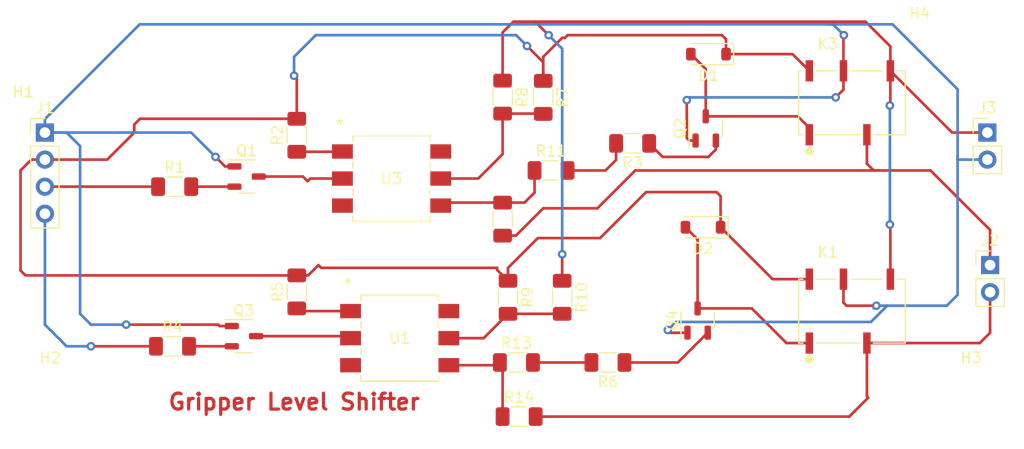
<source format=kicad_pcb>
(kicad_pcb (version 20221018) (generator pcbnew)
  (layers (0 "F.Cu" signal) (31 "B.Cu" signal) (34 "B.Paste" user) (35 "F.Paste" user) (36 "B.SilkS" user "B.Silkscreen") (37 "F.SilkS" user "F.Silkscreen") (38 "B.Mask" user) (39 "F.Mask" user) (44 "Edge.Cuts" user))
  (net 0 "")
  (net 1 "+5V")
  (net 2 "Net-(D1-A)")
  (net 3 "Net-(D2-A)")
  (net 4 "GND")
  (net 5 "GPIO1")
  (net 6 "GPIO2")
  (net 7 "GPIO1_24")
  (net 8 "GPIO2_24")
  (net 9 "+24V")
  (net 10 "Net-(Q1-B)")
  (net 11 "Net-(Q1-C)")
  (net 12 "Net-(Q2-B)")
  (net 13 "Net-(Q3-B)")
  (net 14 "Net-(Q3-C)")
  (net 15 "Net-(Q4-B)")
  (net 16 "Net-(R2-Pad1)")
  (net 17 "Net-(R11-Pad2)")
  (net 18 "Net-(R5-Pad1)")
  (net 19 "Net-(R13-Pad2)")
  (net 20 "Net-(R7-Pad2)")
  (net 21 "Net-(R10-Pad2)")
  (net 22 "Net-(R11-Pad1)")
  (net 23 "Net-(R13-Pad1)")
  (footprint "Resistor_SMD:R_1206_3216Metric_Pad1.30x1.75mm_HandSolder" (layer "F.Cu") (at 151.664 116.586)
    (fp_text reference "R4" (at 0 -1.82) (layer "F.SilkS"))
    (fp_text value "10K")
    (fp_line (start -0.727064 -0.91) (end 0.727064 -0.91) (stroke (width 0.12)) (layer "F.SilkS"))
    (fp_line (start -0.727064 0.91) (end 0.727064 0.91) (stroke (width 0.12)) (layer "F.SilkS"))
    (pad "1" smd roundrect (at -1.55 0) (size 1.3 1.75) (layers "F.Cu" "F.Paste" "F.Mask") (roundrect_rratio 0.192308) (net 6 "GPIO2"))
    (pad "2" smd roundrect (at 1.55 0) (size 1.3 1.75) (layers "F.Cu" "F.Paste" "F.Mask") (roundrect_rratio 0.192308) (net 13 "Net-(Q3-B)"))
  )
  (footprint "MountingHole:MountingHole_3.5mm" (layer "F.Cu") (at 226.568 88.138)
    (fp_text reference "H4" (at -4.826 -2.794) (layer "F.SilkS"))
    (fp_text value "MountingHole")
    (pad "" np_thru_hole circle (at 0 0) (size 3.5 3.5) (drill 3.5) (layers "*.Cu" "*.Mask"))
  )
  (footprint "Resistor_SMD:R_1206_3216Metric_Pad1.30x1.75mm_HandSolder" (layer "F.Cu") (at 183.922 118.11)
    (fp_text reference "R13" (at 0 -1.82) (layer "F.SilkS"))
    (fp_text value "0R")
    (fp_line (start -0.727064 -0.91) (end 0.727064 -0.91) (stroke (width 0.12)) (layer "F.SilkS"))
    (fp_line (start -0.727064 0.91) (end 0.727064 0.91) (stroke (width 0.12)) (layer "F.SilkS"))
    (pad "1" smd roundrect (at -1.55 0) (size 1.3 1.75) (layers "F.Cu" "F.Paste" "F.Mask") (roundrect_rratio 0.192308) (net 23 "Net-(R13-Pad1)"))
    (pad "2" smd roundrect (at 1.55 0) (size 1.3 1.75) (layers "F.Cu" "F.Paste" "F.Mask") (roundrect_rratio 0.192308) (net 19 "Net-(R13-Pad2)"))
  )
  (footprint "Resistor_SMD:R_1206_3216Metric_Pad1.30x1.75mm_HandSolder" (layer "F.Cu") (at 194.818 97.536 180)
    (fp_text reference "R3" (at 0 -1.82) (layer "F.SilkS"))
    (fp_text value "5.1K")
    (fp_line (start -0.727064 -0.91) (end 0.727064 -0.91) (stroke (width 0.12)) (layer "F.SilkS"))
    (fp_line (start -0.727064 0.91) (end 0.727064 0.91) (stroke (width 0.12)) (layer "F.SilkS"))
    (pad "1" smd roundrect (at -1.55 0 180) (size 1.3 1.75) (layers "F.Cu" "F.Paste" "F.Mask") (roundrect_rratio 0.192308) (net 12 "Net-(Q2-B)"))
    (pad "2" smd roundrect (at 1.55 0 180) (size 1.3 1.75) (layers "F.Cu" "F.Paste" "F.Mask") (roundrect_rratio 0.192308) (net 17 "Net-(R11-Pad2)"))
  )
  (footprint "Resistor_SMD:R_1206_3216Metric_Pad1.30x1.75mm_HandSolder" (layer "F.Cu") (at 188.214 111.988 -90)
    (fp_text reference "R10" (at 0 -1.82 90) (layer "F.SilkS"))
    (fp_text value "0R")
    (fp_line (start -0.727064 -0.91) (end 0.727064 -0.91) (stroke (width 0.12)) (layer "F.SilkS"))
    (fp_line (start -0.727064 0.91) (end 0.727064 0.91) (stroke (width 0.12)) (layer "F.SilkS"))
    (pad "1" smd roundrect (at -1.55 0 270) (size 1.3 1.75) (layers "F.Cu" "F.Paste" "F.Mask") (roundrect_rratio 0.192308) (net 9 "+24V"))
    (pad "2" smd roundrect (at 1.55 0 270) (size 1.3 1.75) (layers "F.Cu" "F.Paste" "F.Mask") (roundrect_rratio 0.192308) (net 21 "Net-(R10-Pad2)"))
  )
  (footprint "Resistor_SMD:R_1206_3216Metric_Pad1.30x1.75mm_HandSolder" (layer "F.Cu") (at 151.866 101.6)
    (fp_text reference "R1" (at 0 -1.82) (layer "F.SilkS"))
    (fp_text value "10K")
    (fp_line (start -0.727064 -0.91) (end 0.727064 -0.91) (stroke (width 0.12)) (layer "F.SilkS"))
    (fp_line (start -0.727064 0.91) (end 0.727064 0.91) (stroke (width 0.12)) (layer "F.SilkS"))
    (pad "1" smd roundrect (at -1.55 0) (size 1.3 1.75) (layers "F.Cu" "F.Paste" "F.Mask") (roundrect_rratio 0.192308) (net 5 "GPIO1"))
    (pad "2" smd roundrect (at 1.55 0) (size 1.3 1.75) (layers "F.Cu" "F.Paste" "F.Mask") (roundrect_rratio 0.192308) (net 10 "Net-(Q1-B)"))
  )
  (footprint "Resistor_SMD:R_1206_3216Metric_Pad1.30x1.75mm_HandSolder" (layer "F.Cu") (at 192.506 118.11 180)
    (fp_text reference "R6" (at 0 -1.82) (layer "F.SilkS"))
    (fp_text value "5.1K")
    (fp_line (start -0.727064 -0.91) (end 0.727064 -0.91) (stroke (width 0.12)) (layer "F.SilkS"))
    (fp_line (start -0.727064 0.91) (end 0.727064 0.91) (stroke (width 0.12)) (layer "F.SilkS"))
    (pad "1" smd roundrect (at -1.55 0 180) (size 1.3 1.75) (layers "F.Cu" "F.Paste" "F.Mask") (roundrect_rratio 0.192308) (net 15 "Net-(Q4-B)"))
    (pad "2" smd roundrect (at 1.55 0 180) (size 1.3 1.75) (layers "F.Cu" "F.Paste" "F.Mask") (roundrect_rratio 0.192308) (net 19 "Net-(R13-Pad2)"))
  )
  (footprint "MountingHole:MountingHole_3.5mm" (layer "F.Cu") (at 140.208 88.392)
    (fp_text reference "H1" (at -2.54 4.318) (layer "F.SilkS"))
    (fp_text value "MountingHole")
    (pad "" np_thru_hole circle (at 0 0) (size 3.5 3.5) (drill 3.5) (layers "*.Cu" "*.Mask"))
  )
  (footprint "Resistor_SMD:R_1206_3216Metric_Pad1.30x1.75mm_HandSolder" (layer "F.Cu") (at 183.134 111.988 -90)
    (fp_text reference "R9" (at 0 -1.82 90) (layer "F.SilkS"))
    (fp_text value "0R")
    (fp_line (start -0.727064 -0.91) (end 0.727064 -0.91) (stroke (width 0.12)) (layer "F.SilkS"))
    (fp_line (start -0.727064 0.91) (end 0.727064 0.91) (stroke (width 0.12)) (layer "F.SilkS"))
    (pad "1" smd roundrect (at -1.55 0 270) (size 1.3 1.75) (layers "F.Cu" "F.Paste" "F.Mask") (roundrect_rratio 0.192308) (net 1 "+5V"))
    (pad "2" smd roundrect (at 1.55 0 270) (size 1.3 1.75) (layers "F.Cu" "F.Paste" "F.Mask") (roundrect_rratio 0.192308) (net 21 "Net-(R10-Pad2)"))
  )
  (footprint "footprints:SO6_4N35S_LTO" (layer "F.Cu") (at 172.212 100.838)
    (fp_text reference "U3" (at 0 0 unlocked) (layer "F.SilkS"))
    (fp_text value "4N35S-TA1")
    (fp_text user "*" (at -4.8641 -5.0292) (layer "F.SilkS"))
    (fp_text user "*" (at -4.8641 -5.0292 unlocked) (layer "F.SilkS"))
    (fp_line (start -3.6322 -4.0259) (end -3.6322 -3.54584) (stroke (width 0.1524)) (layer "F.SilkS"))
    (fp_line (start -3.6322 -1.53416) (end -3.6322 -1.00584) (stroke (width 0.1524)) (layer "F.SilkS"))
    (fp_line (start -3.6322 1.00584) (end -3.6322 1.53416) (stroke (width 0.1524)) (layer "F.SilkS"))
    (fp_line (start -3.6322 3.54584) (end -3.6322 4.0259) (stroke (width 0.1524)) (layer "F.SilkS"))
    (fp_line (start -3.6322 4.0259) (end 3.6322 4.0259) (stroke (width 0.1524)) (layer "F.SilkS"))
    (fp_line (start 3.6322 -4.0259) (end -3.6322 -4.0259) (stroke (width 0.1524)) (layer "F.SilkS"))
    (fp_line (start 3.6322 -3.54584) (end 3.6322 -4.0259) (stroke (width 0.1524)) (layer "F.SilkS"))
    (fp_line (start 3.6322 -1.00584) (end 3.6322 -1.53416) (stroke (width 0.1524)) (layer "F.SilkS"))
    (fp_line (start 3.6322 1.53416) (end 3.6322 1.00584) (stroke (width 0.1524)) (layer "F.SilkS"))
    (fp_line (start 3.6322 4.0259) (end 3.6322 3.54584) (stroke (width 0.1524)) (layer "F.SilkS"))
    (pad "1" smd rect (at -4.6101 -2.54) (size 1.9558 1.3462) (layers "F.Cu" "F.Paste" "F.Mask") (net 16 "Net-(R2-Pad1)"))
    (pad "2" smd rect (at -4.6101 0) (size 1.9558 1.3462) (layers "F.Cu" "F.Paste" "F.Mask") (net 11 "Net-(Q1-C)"))
    (pad "3" smd rect (at -4.6101 2.54) (size 1.9558 1.3462) (layers "F.Cu" "F.Paste" "F.Mask"))
    (pad "4" smd rect (at 4.6101 2.54) (size 1.9558 1.3462) (layers "F.Cu" "F.Paste" "F.Mask") (net 22 "Net-(R11-Pad1)"))
    (pad "5" smd rect (at 4.6101 0) (size 1.9558 1.3462) (layers "F.Cu" "F.Paste" "F.Mask") (net 20 "Net-(R7-Pad2)"))
    (pad "6" smd rect (at 4.6101 -2.54) (size 1.9558 1.3462) (layers "F.Cu" "F.Paste" "F.Mask"))
  )
  (footprint "Resistor_SMD:R_1206_3216Metric_Pad1.30x1.75mm_HandSolder" (layer "F.Cu") (at 163.322 111.48 90)
    (fp_text reference "R5" (at 0 -1.82 90) (layer "F.SilkS"))
    (fp_text value "200R")
    (fp_line (start -0.727064 -0.91) (end 0.727064 -0.91) (stroke (width 0.12)) (layer "F.SilkS"))
    (fp_line (start -0.727064 0.91) (end 0.727064 0.91) (stroke (width 0.12)) (layer "F.SilkS"))
    (pad "1" smd roundrect (at -1.55 0 90) (size 1.3 1.75) (layers "F.Cu" "F.Paste" "F.Mask") (roundrect_rratio 0.192308) (net 18 "Net-(R5-Pad1)"))
    (pad "2" smd roundrect (at 1.55 0 90) (size 1.3 1.75) (layers "F.Cu" "F.Paste" "F.Mask") (roundrect_rratio 0.192308) (net 1 "+5V"))
  )
  (footprint "Connector_PinHeader_2.54mm:PinHeader_1x02_P2.54mm_Vertical" (layer "F.Cu") (at 228.092 96.52)
    (fp_text reference "J3" (at 0 -2.33) (layer "F.SilkS"))
    (fp_text value "Conn_01x02_Pin")
    (fp_line (start -1.33 -1.33) (end 0 -1.33) (stroke (width 0.12)) (layer "F.SilkS"))
    (fp_line (start -1.33 0) (end -1.33 -1.33) (stroke (width 0.12)) (layer "F.SilkS"))
    (fp_line (start -1.33 1.27) (end -1.33 3.87) (stroke (width 0.12)) (layer "F.SilkS"))
    (fp_line (start -1.33 1.27) (end 1.33 1.27) (stroke (width 0.12)) (layer "F.SilkS"))
    (fp_line (start -1.33 3.87) (end 1.33 3.87) (stroke (width 0.12)) (layer "F.SilkS"))
    (fp_line (start 1.33 1.27) (end 1.33 3.87) (stroke (width 0.12)) (layer "F.SilkS"))
    (pad "1" thru_hole rect (at 0 0) (size 1.7 1.7) (drill 1) (layers "*.Cu" "*.Mask") (net 9 "+24V"))
    (pad "2" thru_hole oval (at 0 2.54) (size 1.7 1.7) (drill 1) (layers "*.Cu" "*.Mask") (net 4 "GND"))
  )
  (footprint "MountingHole:MountingHole_3.5mm" (layer "F.Cu") (at 140.208 122.174)
    (fp_text reference "H2" (at 0 -4.5) (layer "F.SilkS"))
    (fp_text value "MountingHole")
    (pad "" np_thru_hole circle (at 0 0) (size 3.5 3.5) (drill 3.5) (layers "*.Cu" "*.Mask"))
  )
  (footprint "Resistor_SMD:R_1206_3216Metric_Pad1.30x1.75mm_HandSolder" (layer "F.Cu") (at 182.626 104.648 -90)
    (fp_text reference "R12" hide)
    (fp_text value "0R")
    (fp_line (start -0.727064 -0.91) (end 0.727064 -0.91) (stroke (width 0.12)) (layer "F.SilkS"))
    (fp_line (start -0.727064 0.91) (end 0.727064 0.91) (stroke (width 0.12)) (layer "F.SilkS"))
    (pad "1" smd roundrect (at -1.55 0 270) (size 1.3 1.75) (layers "F.Cu" "F.Paste" "F.Mask") (roundrect_rratio 0.192308) (net 22 "Net-(R11-Pad1)"))
    (pad "2" smd roundrect (at 1.55 0 270) (size 1.3 1.75) (layers "F.Cu" "F.Paste" "F.Mask") (roundrect_rratio 0.192308) (net 7 "GPIO1_24"))
  )
  (footprint "Package_TO_SOT_SMD:SOT-23-3" (layer "F.Cu") (at 201.676 96.1335 90)
    (fp_text reference "Q2" (at 0 -2.4 90) (layer "F.SilkS"))
    (fp_text value "PN2222A")
    (fp_line (start 0 -1.56) (end -1.8 -1.56) (stroke (width 0.12)) (layer "F.SilkS"))
    (fp_line (start 0 -1.56) (end 0.8 -1.56) (stroke (width 0.12)) (layer "F.SilkS"))
    (fp_line (start 0 1.56) (end -0.8 1.56) (stroke (width 0.12)) (layer "F.SilkS"))
    (fp_line (start 0 1.56) (end 0.8 1.56) (stroke (width 0.12)) (layer "F.SilkS"))
    (pad "1" smd roundrect (at -1.1375 -0.95 90) (size 1.325 0.6) (layers "F.Cu" "F.Paste" "F.Mask") (net 4 "GND"))
    (pad "2" smd roundrect (at -1.1375 0.95 90) (size 1.325 0.6) (layers "F.Cu" "F.Paste" "F.Mask") (net 12 "Net-(Q2-B)"))
    (pad "3" smd roundrect (at 1.1375 0 90) (size 1.325 0.6) (layers "F.Cu" "F.Paste" "F.Mask") (net 2 "Net-(D1-A)"))
  )
  (footprint "Connector_PinHeader_2.54mm:PinHeader_1x04_P2.54mm_Vertical" (layer "F.Cu") (at 139.7 96.52)
    (fp_text reference "J1" (at 0 -2.33) (layer "F.SilkS"))
    (fp_text value "Conn_01x04_Pin")
    (fp_line (start -1.33 -1.33) (end 0 -1.33) (stroke (width 0.12)) (layer "F.SilkS"))
    (fp_line (start -1.33 0) (end -1.33 -1.33) (stroke (width 0.12)) (layer "F.SilkS"))
    (fp_line (start -1.33 1.27) (end -1.33 8.95) (stroke (width 0.12)) (layer "F.SilkS"))
    (fp_line (start -1.33 1.27) (end 1.33 1.27) (stroke (width 0.12)) (layer "F.SilkS"))
    (fp_line (start -1.33 8.95) (end 1.33 8.95) (stroke (width 0.12)) (layer "F.SilkS"))
    (fp_line (start 1.33 1.27) (end 1.33 8.95) (stroke (width 0.12)) (layer "F.SilkS"))
    (pad "1" thru_hole rect (at 0 0) (size 1.7 1.7) (drill 1) (layers "*.Cu" "*.Mask") (net 4 "GND"))
    (pad "2" thru_hole oval (at 0 2.54) (size 1.7 1.7) (drill 1) (layers "*.Cu" "*.Mask") (net 1 "+5V"))
    (pad "3" thru_hole oval (at 0 5.08) (size 1.7 1.7) (drill 1) (layers "*.Cu" "*.Mask") (net 5 "GPIO1"))
    (pad "4" thru_hole oval (at 0 7.62) (size 1.7 1.7) (drill 1) (layers "*.Cu" "*.Mask") (net 6 "GPIO2"))
  )
  (footprint "1462042_8:RELAY_1462042-8" (layer "F.Cu") (at 215.392 113.284)
    (fp_text reference "K1" (at -2.259329 -5.52061) (layer "F.SilkS") (effects (font (size 1.001921 1.001921))))
    (fp_text value "1462042-8")
    (fp_line (start -5 -3) (end -5 3) (stroke (width 0.127)) (layer "F.SilkS"))
    (fp_line (start -5 3) (end -4.6 3) (stroke (width 0.127)) (layer "F.SilkS"))
    (fp_line (start -4.6 -3) (end -5 -3) (stroke (width 0.127)) (layer "F.SilkS"))
    (fp_line (start -3.4 -3) (end -1.4 -3) (stroke (width 0.127)) (layer "F.SilkS"))
    (fp_line (start -3.4 3) (end 0.8 3) (stroke (width 0.127)) (layer "F.SilkS"))
    (fp_line (start -0.1 -3) (end 2.9 -3) (stroke (width 0.127)) (layer "F.SilkS"))
    (fp_line (start 2 3) (end 5 3) (stroke (width 0.127)) (layer "F.SilkS"))
    (fp_line (start 4.2 -3) (end 5 -3) (stroke (width 0.127)) (layer "F.SilkS"))
    (fp_line (start 5 3) (end 5 -3) (stroke (width 0.127)) (layer "F.SilkS"))
    (fp_circle (center -4 4.56) (end -3.8 4.56) (stroke (width 0.4)) (fill none) (layer "F.SilkS"))
    (pad "1" smd rect (at -4 3) (size 0.7 2) (layers "F.Cu" "F.Paste" "F.Mask") (net 3 "Net-(D2-A)"))
    (pad "3" smd rect (at 1.4 3) (size 0.7 2) (layers "F.Cu" "F.Paste" "F.Mask") (net 8 "GPIO2_24"))
    (pad "5" smd rect (at 3.6 -3) (size 0.7 2) (layers "F.Cu" "F.Paste" "F.Mask") (net 9 "+24V"))
    (pad "7" smd rect (at -0.8 -3) (size 0.7 2) (layers "F.Cu" "F.Paste" "F.Mask") (net 4 "GND"))
    (pad "8" smd rect (at -4 -3) (size 0.7 2) (layers "F.Cu" "F.Paste" "F.Mask") (net 1 "+5V"))
  )
  (footprint "Resistor_SMD:R_1206_3216Metric_Pad1.30x1.75mm_HandSolder" (layer "F.Cu") (at 187.172 100.076)
    (fp_text reference "R11" (at 0 -1.82) (layer "F.SilkS"))
    (fp_text value "0R" hide)
    (fp_line (start -0.727064 -0.91) (end 0.727064 -0.91) (stroke (width 0.12)) (layer "F.SilkS"))
    (fp_line (start -0.727064 0.91) (end 0.727064 0.91) (stroke (width 0.12)) (layer "F.SilkS"))
    (pad "1" smd roundrect (at -1.55 0) (size 1.3 1.75) (layers "F.Cu" "F.Paste" "F.Mask") (roundrect_rratio 0.192308) (net 22 "Net-(R11-Pad1)"))
    (pad "2" smd roundrect (at 1.55 0) (size 1.3 1.75) (layers "F.Cu" "F.Paste" "F.Mask") (roundrect_rratio 0.192308) (net 17 "Net-(R11-Pad2)"))
  )
  (footprint "Resistor_SMD:R_1206_3216Metric_Pad1.30x1.75mm_HandSolder" (layer "F.Cu") (at 186.436 93.218 -90)
    (fp_text reference "R7" (at 0 -1.82 90) (layer "F.SilkS"))
    (fp_text value "0R")
    (fp_line (start -0.727064 -0.91) (end 0.727064 -0.91) (stroke (width 0.12)) (layer "F.SilkS"))
    (fp_line (start -0.727064 0.91) (end 0.727064 0.91) (stroke (width 0.12)) (layer "F.SilkS"))
    (pad "1" smd roundrect (at -1.55 0 270) (size 1.3 1.75) (layers "F.Cu" "F.Paste" "F.Mask") (roundrect_rratio 0.192308) (net 1 "+5V"))
    (pad "2" smd roundrect (at 1.55 0 270) (size 1.3 1.75) (layers "F.Cu" "F.Paste" "F.Mask") (roundrect_rratio 0.192308) (net 20 "Net-(R7-Pad2)"))
  )
  (footprint "MountingHole:MountingHole_3.5mm" (layer "F.Cu") (at 226.568 122.174)
    (fp_text reference "H3" (at 0 -4.5) (layer "F.SilkS"))
    (fp_text value "MountingHole")
    (pad "" np_thru_hole circle (at 0 0) (size 3.5 3.5) (drill 3.5) (layers "*.Cu" "*.Mask"))
  )
  (footprint "Diode_SMD:D_SOD-123" (layer "F.Cu") (at 201.422 105.41 180)
    (fp_text reference "D2" (at 0 -2) (layer "F.SilkS"))
    (fp_text value "1N4148")
    (fp_line (start -2.36 -1) (end -2.36 1) (stroke (width 0.12)) (layer "F.SilkS"))
    (fp_line (start -2.36 -1) (end 1.65 -1) (stroke (width 0.12)) (layer "F.SilkS"))
    (fp_line (start -2.36 1) (end 1.65 1) (stroke (width 0.12)) (layer "F.SilkS"))
    (pad "1" smd roundrect (at -1.65 0 180) (size 0.9 1.2) (layers "F.Cu" "F.Paste" "F.Mask") (net 1 "+5V"))
    (pad "2" smd roundrect (at 1.65 0 180) (size 0.9 1.2) (layers "F.Cu" "F.Paste" "F.Mask") (net 3 "Net-(D2-A)"))
  )
  (footprint "Package_TO_SOT_SMD:SOT-23-3" (layer "F.Cu") (at 200.914 114.1675 90)
    (fp_text reference "Q4" (at 0 -2.4 90) (layer "F.SilkS"))
    (fp_text value "PN2222A")
    (fp_line (start 0 -1.56) (end -1.8 -1.56) (stroke (width 0.12)) (layer "F.SilkS"))
    (fp_line (start 0 -1.56) (end 0.8 -1.56) (stroke (width 0.12)) (layer "F.SilkS"))
    (fp_line (start 0 1.56) (end -0.8 1.56) (stroke (width 0.12)) (layer "F.SilkS"))
    (fp_line (start 0 1.56) (end 0.8 1.56) (stroke (width 0.12)) (layer "F.SilkS"))
    (pad "1" smd roundrect (at -1.1375 -0.95 90) (size 1.325 0.6) (layers "F.Cu" "F.Paste" "F.Mask") (net 4 "GND"))
    (pad "2" smd roundrect (at -1.1375 0.95 90) (size 1.325 0.6) (layers "F.Cu" "F.Paste" "F.Mask") (net 15 "Net-(Q4-B)"))
    (pad "3" smd roundrect (at 1.1375 0 90) (size 1.325 0.6) (layers "F.Cu" "F.Paste" "F.Mask") (net 3 "Net-(D2-A)"))
  )
  (footprint "1462042_8:RELAY_1462042-8" (layer "F.Cu") (at 215.392 93.726)
    (fp_text reference "K3" (at -2.259329 -5.52061) (layer "F.SilkS") (effects (font (size 1.001921 1.001921))))
    (fp_text value "1462042-8")
    (fp_line (start -5 -3) (end -5 3) (stroke (width 0.127)) (layer "F.SilkS"))
    (fp_line (start -5 3) (end -4.6 3) (stroke (width 0.127)) (layer "F.SilkS"))
    (fp_line (start -4.6 -3) (end -5 -3) (stroke (width 0.127)) (layer "F.SilkS"))
    (fp_line (start -3.4 -3) (end -1.4 -3) (stroke (width 0.127)) (layer "F.SilkS"))
    (fp_line (start -3.4 3) (end 0.8 3) (stroke (width 0.127)) (layer "F.SilkS"))
    (fp_line (start -0.1 -3) (end 2.9 -3) (stroke (width 0.127)) (layer "F.SilkS"))
    (fp_line (start 2 3) (end 5 3) (stroke (width 0.127)) (layer "F.SilkS"))
    (fp_line (start 4.2 -3) (end 5 -3) (stroke (width 0.127)) (layer "F.SilkS"))
    (fp_line (start 5 3) (end 5 -3) (stroke (width 0.127)) (layer "F.SilkS"))
    (fp_circle (center -4 4.56) (end -3.8 4.56) (stroke (width 0.4)) (fill none) (layer "F.SilkS"))
    (pad "1" smd rect (at -4 3) (size 0.7 2) (layers "F.Cu" "F.Paste" "F.Mask") (net 2 "Net-(D1-A)"))
    (pad "3" smd rect (at 1.4 3) (size 0.7 2) (layers "F.Cu" "F.Paste" "F.Mask") (net 7 "GPIO1_24"))
    (pad "5" smd rect (at 3.6 -3) (size 0.7 2) (layers "F.Cu" "F.Paste" "F.Mask") (net 9 "+24V"))
    (pad "7" smd rect (at -0.8 -3) (size 0.7 2) (layers "F.Cu" "F.Paste" "F.Mask") (net 4 "GND"))
    (pad "8" smd rect (at -4 -3) (size 0.7 2) (layers "F.Cu" "F.Paste" "F.Mask") (net 1 "+5V"))
  )
  (footprint "Package_TO_SOT_SMD:SOT-23-3" (layer "F.Cu") (at 158.3635 115.636)
    (fp_text reference "Q3" (at 0 -2.4) (layer "F.SilkS"))
    (fp_text value "PN2222A")
    (fp_line (start 0 -1.56) (end -1.8 -1.56) (stroke (width 0.12)) (layer "F.SilkS"))
    (fp_line (start 0 -1.56) (end 0.8 -1.56) (stroke (width 0.12)) (layer "F.SilkS"))
    (fp_line (start 0 1.56) (end -0.8 1.56) (stroke (width 0.12)) (layer "F.SilkS"))
    (fp_line (start 0 1.56) (end 0.8 1.56) (stroke (width 0.12)) (layer "F.SilkS"))
    (pad "1" smd roundrect (at -1.1375 -0.95) (size 1.325 0.6) (layers "F.Cu" "F.Paste" "F.Mask") (net 4 "GND"))
    (pad "2" smd roundrect (at -1.1375 0.95) (size 1.325 0.6) (layers "F.Cu" "F.Paste" "F.Mask") (net 13 "Net-(Q3-B)"))
    (pad "3" smd roundrect (at 1.1375 0) (size 1.325 0.6) (layers "F.Cu" "F.Paste" "F.Mask") (net 14 "Net-(Q3-C)"))
  )
  (footprint "Package_TO_SOT_SMD:SOT-23-3" (layer "F.Cu") (at 158.6175 100.65)
    (fp_text reference "Q1" (at 0 -2.4) (layer "F.SilkS"))
    (fp_text value "PN2222A")
    (fp_line (start 0 -1.56) (end -1.8 -1.56) (stroke (width 0.12)) (layer "F.SilkS"))
    (fp_line (start 0 -1.56) (end 0.8 -1.56) (stroke (width 0.12)) (layer "F.SilkS"))
    (fp_line (start 0 1.56) (end -0.8 1.56) (stroke (width 0.12)) (layer "F.SilkS"))
    (fp_line (start 0 1.56) (end 0.8 1.56) (stroke (width 0.12)) (layer "F.SilkS"))
    (pad "1" smd roundrect (at -1.1375 -0.95) (size 1.325 0.6) (layers "F.Cu" "F.Paste" "F.Mask") (net 4 "GND"))
    (pad "2" smd roundrect (at -1.1375 0.95) (size 1.325 0.6) (layers "F.Cu" "F.Paste" "F.Mask") (net 10 "Net-(Q1-B)"))
    (pad "3" smd roundrect (at 1.1375 0) (size 1.325 0.6) (layers "F.Cu" "F.Paste" "F.Mask") (net 11 "Net-(Q1-C)"))
  )
  (footprint "Connector_PinHeader_2.54mm:PinHeader_1x02_P2.54mm_Vertical" (layer "F.Cu") (at 228.346 108.966)
    (fp_text reference "J2" (at 0 -2.33) (layer "F.SilkS"))
    (fp_text value "Conn_01x02_Pin")
    (fp_line (start -1.33 -1.33) (end 0 -1.33) (stroke (width 0.12)) (layer "F.SilkS"))
    (fp_line (start -1.33 0) (end -1.33 -1.33) (stroke (width 0.12)) (layer "F.SilkS"))
    (fp_line (start -1.33 1.27) (end -1.33 3.87) (stroke (width 0.12)) (layer "F.SilkS"))
    (fp_line (start -1.33 1.27) (end 1.33 1.27) (stroke (width 0.12)) (layer "F.SilkS"))
    (fp_line (start -1.33 3.87) (end 1.33 3.87) (stroke (width 0.12)) (layer "F.SilkS"))
    (fp_line (start 1.33 1.27) (end 1.33 3.87) (stroke (width 0.12)) (layer "F.SilkS"))
    (pad "1" thru_hole rect (at 0 0) (size 1.7 1.7) (drill 1) (layers "*.Cu" "*.Mask") (net 7 "GPIO1_24"))
    (pad "2" thru_hole oval (at 0 2.54) (size 1.7 1.7) (drill 1) (layers "*.Cu" "*.Mask") (net 8 "GPIO2_24"))
  )
  (footprint "footprints:SO6_4N35S_LTO" (layer "F.Cu") (at 172.974 115.824)
    (fp_text reference "U1" (at 0 0 unlocked) (layer "F.SilkS"))
    (fp_text value "4N35S-TA1")
    (fp_text user "*" (at -4.8641 -5.0292 unlocked) (layer "F.SilkS"))
    (fp_text user "*" (at -4.8641 -5.0292) (layer "F.SilkS"))
    (fp_line (start -3.6322 -4.0259) (end -3.6322 -3.54584) (stroke (width 0.1524)) (layer "F.SilkS"))
    (fp_line (start -3.6322 -1.53416) (end -3.6322 -1.00584) (stroke (width 0.1524)) (layer "F.SilkS"))
    (fp_line (start -3.6322 1.00584) (end -3.6322 1.53416) (stroke (width 0.1524)) (layer "F.SilkS"))
    (fp_line (start -3.6322 3.54584) (end -3.6322 4.0259) (stroke (width 0.1524)) (layer "F.SilkS"))
    (fp_line (start -3.6322 4.0259) (end 3.6322 4.0259) (stroke (width 0.1524)) (layer "F.SilkS"))
    (fp_line (start 3.6322 -4.0259) (end -3.6322 -4.0259) (stroke (width 0.1524)) (layer "F.SilkS"))
    (fp_line (start 3.6322 -3.54584) (end 3.6322 -4.0259) (stroke (width 0.1524)) (layer "F.SilkS"))
    (fp_line (start 3.6322 -1.00584) (end 3.6322 -1.53416) (stroke (width 0.1524)) (layer "F.SilkS"))
    (fp_line (start 3.6322 1.53416) (end 3.6322 1.00584) (stroke (width 0.1524)) (layer "F.SilkS"))
    (fp_line (start 3.6322 4.0259) (end 3.6322 3.54584) (stroke (width 0.1524)) (layer "F.SilkS"))
    (pad "1" smd rect (at -4.6101 -2.54) (size 1.9558 1.3462) (layers "F.Cu" "F.Paste" "F.Mask") (net 18 "Net-(R5-Pad1)"))
    (pad "2" smd rect (at -4.6101 0) (size 1.9558 1.3462) (layers "F.Cu" "F.Paste" "F.Mask") (net 14 "Net-(Q3-C)"))
    (pad "3" smd rect (at -4.6101 2.54) (size 1.9558 1.3462) (layers "F.Cu" "F.Paste" "F.Mask"))
    (pad "4" smd rect (at 4.6101 2.54) (size 1.9558 1.3462) (layers "F.Cu" "F.Paste" "F.Mask") (net 23 "Net-(R13-Pad1)"))
    (pad "5" smd rect (at 4.6101 0) (size 1.9558 1.3462) (layers "F.Cu" "F.Paste" "F.Mask") (net 21 "Net-(R10-Pad2)"))
    (pad "6" smd rect (at 4.6101 -2.54) (size 1.9558 1.3462) (layers "F.Cu" "F.Paste" "F.Mask"))
  )
  (footprint "Resistor_SMD:R_1206_3216Metric_Pad1.30x1.75mm_HandSolder" (layer "F.Cu") (at 184.176 123.19)
    (fp_text reference "R14" (at 0 -1.82) (layer "F.SilkS"))
    (fp_text value "0R")
    (fp_line (start -0.727064 -0.91) (end 0.727064 -0.91) (stroke (width 0.12)) (layer "F.SilkS"))
    (fp_line (start -0.727064 0.91) (end 0.727064 0.91) (stroke (width 0.12)) (layer "F.SilkS"))
    (pad "1" smd roundrect (at -1.55 0) (size 1.3 1.75) (layers "F.Cu" "F.Paste" "F.Mask") (roundrect_rratio 0.192308) (net 23 "Net-(R13-Pad1)"))
    (pad "2" smd roundrect (at 1.55 0) (size 1.3 1.75) (layers "F.Cu" "F.Paste" "F.Mask") (roundrect_rratio 0.192308) (net 8 "GPIO2_24"))
  )
  (footprint "Resistor_SMD:R_1206_3216Metric_Pad1.30x1.75mm_HandSolder" (layer "F.Cu") (at 182.626 93.192 -90)
    (fp_text reference "R8" (at 0 -1.82 90) (layer "F.SilkS"))
    (fp_text value "0R")
    (fp_line (start -0.727064 -0.91) (end 0.727064 -0.91) (stroke (width 0.12)) (layer "F.SilkS"))
    (fp_line (start -0.727064 0.91) (end 0.727064 0.91) (stroke (width 0.12)) (layer "F.SilkS"))
    (pad "1" smd roundrect (at -1.55 0 270) (size 1.3 1.75) (layers "F.Cu" "F.Paste" "F.Mask") (roundrect_rratio 0.192308) (net 9 "+24V"))
    (pad "2" smd roundrect (at 1.55 0 270) (size 1.3 1.75) (layers "F.Cu" "F.Paste" "F.Mask") (roundrect_rratio 0.192308) (net 20 "Net-(R7-Pad2)"))
  )
  (footprint "Diode_SMD:D_SOD-123" (layer "F.Cu") (at 201.93 89.154 180)
    (fp_text reference "D1" (at 0 -2) (layer "F.SilkS"))
    (fp_text value "1N4148")
    (fp_line (start -2.36 -1) (end -2.36 1) (stroke (width 0.12)) (layer "F.SilkS"))
    (fp_line (start -2.36 -1) (end 1.65 -1) (stroke (width 0.12)) (layer "F.SilkS"))
    (fp_line (start -2.36 1) (end 1.65 1) (stroke (width 0.12)) (layer "F.SilkS"))
    (pad "1" smd roundrect (at -1.65 0 180) (size 0.9 1.2) (layers "F.Cu" "F.Paste" "F.Mask") (net 1 "+5V"))
    (pad "2" smd roundrect (at 1.65 0 180) (size 0.9 1.2) (layers "F.Cu" "F.Paste" "F.Mask") (net 2 "Net-(D1-A)"))
  )
  (footprint "Resistor_SMD:R_1206_3216Metric_Pad1.30x1.75mm_HandSolder" (layer "F.Cu") (at 163.322 96.774 90)
    (fp_text reference "R2" (at 0 -1.82 90) (layer "F.SilkS"))
    (fp_text value "200R")
    (fp_line (start -0.727064 -0.91) (end 0.727064 -0.91) (stroke (width 0.12)) (layer "F.SilkS"))
    (fp_line (start -0.727064 0.91) (end 0.727064 0.91) (stroke (width 0.12)) (layer "F.SilkS"))
    (pad "1" smd roundrect (at -1.55 0 90) (size 1.3 1.75) (layers "F.Cu" "F.Paste" "F.Mask") (roundrect_rratio 0.192308) (net 16 "Net-(R2-Pad1)"))
    (pad "2" smd roundrect (at 1.55 0 90) (size 1.3 1.75) (layers "F.Cu" "F.Paste" "F.Mask") (roundrect_rratio 0.192308) (net 1 "+5V"))
  )
  (gr_text "Gripper Level Shifter" (at 151.13 122.682) (layer "F.Cu") (effects (font (size 1.5 1.5) (thickness 0.3) bold) (justify left bottom)))
  (segment (start 137.87 109.93) (end 163.322 109.93) (width 0.25) (layer "F.Cu") (net 1))
  (segment (start 186.436 91.668) (end 186.436 89.916) (width 0.25) (layer "F.Cu") (net 1))
  (segment (start 145.542 99.06) (end 148.082 96.52) (width 0.25) (layer "F.Cu") (net 1))
  (segment (start 211.392 110.284) (end 207.946 110.284) (width 0.25) (layer "F.Cu") (net 1))
  (segment (start 163.068 91.186) (end 163.322 91.44) (width 0.25) (layer "F.Cu") (net 1))
  (segment (start 196.088 102.108) (end 202.692 102.108) (width 0.25) (layer "F.Cu") (net 1))
  (segment (start 203.2 87.376) (end 188.722 87.376) (width 0.25) (layer "F.Cu") (net 1))
  (segment (start 202.692 102.108) (end 203.072 102.488) (width 0.25) (layer "F.Cu") (net 1))
  (segment (start 148.082 95.758) (end 148.616 95.224) (width 0.25) (layer "F.Cu") (net 1))
  (segment (start 183.134 109.22) (end 185.928 106.426) (width 0.25) (layer "F.Cu") (net 1))
  (segment (start 182.118 109.422) (end 182.118 109.22) (width 0.25) (layer "F.Cu") (net 1))
  (segment (start 186.436 91.668) (end 186.436 89.408) (width 0.25) (layer "F.Cu") (net 1))
  (segment (start 203.072 102.488) (end 203.072 105.41) (width 0.25) (layer "F.Cu") (net 1))
  (segment (start 183.134 110.438) (end 182.118 109.422) (width 0.25) (layer "F.Cu") (net 1))
  (segment (start 139.7 99.06) (end 138.43 99.06) (width 0.25) (layer "F.Cu") (net 1))
  (segment (start 203.58 89.154) (end 203.58 87.756) (width 0.25) (layer "F.Cu") (net 1))
  (segment (start 188.468 87.63) (end 188.214 87.63) (width 0.25) (layer "F.Cu") (net 1))
  (segment (start 188.722 87.376) (end 188.468 87.63) (width 0.25) (layer "F.Cu") (net 1))
  (segment (start 148.616 95.224) (end 163.322 95.224) (width 0.25) (layer "F.Cu") (net 1))
  (segment (start 138.43 99.06) (end 137.414 100.076) (width 0.25) (layer "F.Cu") (net 1))
  (segment (start 164.39 109.93) (end 163.322 109.93) (width 0.25) (layer "F.Cu") (net 1))
  (segment (start 182.118 109.22) (end 165.608 109.22) (width 0.25) (layer "F.Cu") (net 1))
  (segment (start 165.608 109.22) (end 165.354 108.966) (width 0.25) (layer "F.Cu") (net 1))
  (segment (start 137.414 100.076) (end 137.414 109.474) (width 0.25) (layer "F.Cu") (net 1))
  (segment (start 185.928 106.426) (end 191.77 106.426) (width 0.25) (layer "F.Cu") (net 1))
  (segment (start 137.414 109.474) (end 137.87 109.93) (width 0.25) (layer "F.Cu") (net 1))
  (segment (start 203.58 87.756) (end 203.2 87.376) (width 0.25) (layer "F.Cu") (net 1))
  (segment (start 139.7 99.06) (end 145.542 99.06) (width 0.25) (layer "F.Cu") (net 1))
  (segment (start 203.58 89.154) (end 209.82 89.154) (width 0.25) (layer "F.Cu") (net 1))
  (segment (start 207.946 110.284) (end 203.072 105.41) (width 0.25) (layer "F.Cu") (net 1))
  (segment (start 186.436 89.916) (end 184.912 88.392) (width 0.25) (layer "F.Cu") (net 1))
  (segment (start 165.354 108.966) (end 164.39 109.93) (width 0.25) (layer "F.Cu") (net 1))
  (segment (start 188.214 87.63) (end 186.436 89.408) (width 0.25) (layer "F.Cu") (net 1))
  (segment (start 183.134 110.438) (end 183.134 109.22) (width 0.25) (layer "F.Cu") (net 1))
  (segment (start 163.322 91.44) (end 163.322 95.224) (width 0.25) (layer "F.Cu") (net 1))
  (segment (start 191.77 106.426) (end 196.088 102.108) (width 0.25) (layer "F.Cu") (net 1))
  (segment (start 148.082 96.52) (end 148.082 95.758) (width 0.25) (layer "F.Cu") (net 1))
  (segment (start 209.82 89.154) (end 211.392 90.726) (width 0.25) (layer "F.Cu") (net 1))
  (via (at 163.068 91.186) (size 0.8) (drill 0.4) (layers "F.Cu" "B.Cu") (net 1))
  (via (at 184.912 88.392) (size 0.8) (drill 0.4) (layers "F.Cu" "B.Cu") (net 1))
  (segment (start 184.912 88.392) (end 183.896 87.376) (width 0.25) (layer "B.Cu") (net 1))
  (segment (start 163.068 89.408) (end 163.068 91.186) (width 0.25) (layer "B.Cu") (net 1))
  (segment (start 183.896 87.376) (end 165.1 87.376) (width 0.25) (layer "B.Cu") (net 1))
  (segment (start 165.1 87.376) (end 163.068 89.408) (width 0.25) (layer "B.Cu") (net 1))
  (segment (start 211.392 96.726) (end 211.392 96.076) (width 0.25) (layer "F.Cu") (net 2))
  (segment (start 201.676 90.55) (end 200.28 89.154) (width 0.25) (layer "F.Cu") (net 2))
  (segment (start 211.392 96.076) (end 210.312 94.996) (width 0.25) (layer "F.Cu") (net 2))
  (segment (start 201.676 94.996) (end 201.676 90.55) (width 0.25) (layer "F.Cu") (net 2))
  (segment (start 210.312 94.996) (end 201.676 94.996) (width 0.25) (layer "F.Cu") (net 2))
  (segment (start 211.392 116.284) (end 209.248 116.284) (width 0.25) (layer "F.Cu") (net 3))
  (segment (start 200.914 106.552) (end 199.772 105.41) (width 0.25) (layer "F.Cu") (net 3))
  (segment (start 200.914 113.03) (end 200.914 106.552) (width 0.25) (layer "F.Cu") (net 3))
  (segment (start 205.994 113.03) (end 200.914 113.03) (width 0.25) (layer "F.Cu") (net 3))
  (segment (start 209.248 116.284) (end 205.994 113.03) (width 0.25) (layer "F.Cu") (net 3))
  (segment (start 155.956 114.554) (end 156.088 114.686) (width 0.25) (layer "F.Cu") (net 4))
  (segment (start 156.088 114.686) (end 157.226 114.686) (width 0.25) (layer "F.Cu") (net 4))
  (segment (start 199.964 115.305) (end 199.909 115.305) (width 0.25) (layer "F.Cu") (net 4))
  (segment (start 147.32 114.554) (end 155.956 114.554) (width 0.25) (layer "F.Cu") (net 4))
  (segment (start 214.592 92.494) (end 214.592 90.726) (width 0.25) (layer "F.Cu") (net 4))
  (segment (start 199.909 115.305) (end 199.898 115.316) (width 0.25) (layer "F.Cu") (net 4))
  (segment (start 217.678 112.776) (end 214.884 112.776) (width 0.25) (layer "F.Cu") (net 4))
  (segment (start 198.374 115.316) (end 198.12 115.062) (width 0.25) (layer "F.Cu") (net 4))
  (segment (start 199.898 115.316) (end 198.374 115.316) (width 0.25) (layer "F.Cu") (net 4))
  (segment (start 156.596 99.7) (end 155.702 98.806) (width 0.25) (layer "F.Cu") (net 4))
  (segment (start 214.592 90.726) (end 214.592 87.414) (width 0.25) (layer "F.Cu") (net 4))
  (segment (start 157.48 99.7) (end 156.596 99.7) (width 0.25) (layer "F.Cu") (net 4))
  (segment (start 213.868 93.218) (end 214.592 92.494) (width 0.25) (layer "F.Cu") (net 4))
  (segment (start 200.141 97.271) (end 199.898 97.028) (width 0.25) (layer "F.Cu") (net 4))
  (segment (start 214.592 112.484) (end 214.592 110.284) (width 0.25) (layer "F.Cu") (net 4))
  (segment (start 200.726 97.271) (end 200.141 97.271) (width 0.25) (layer "F.Cu") (net 4))
  (segment (start 199.898 97.028) (end 199.898 93.472) (width 0.25) (layer "F.Cu") (net 4))
  (segment (start 214.884 112.776) (end 214.592 112.484) (width 0.25) (layer "F.Cu") (net 4))
  (segment (start 214.592 87.414) (end 214.63 87.376) (width 0.25) (layer "F.Cu") (net 4))
  (via (at 147.32 114.554) (size 0.8) (drill 0.4) (layers "F.Cu" "B.Cu") (net 4))
  (via (at 214.63 87.376) (size 0.8) (drill 0.4) (layers "F.Cu" "B.Cu") (net 4))
  (via (at 198.12 115.062) (size 0.8) (drill 0.4) (layers "F.Cu" "B.Cu") (net 4))
  (via (at 199.898 93.472) (size 0.8) (drill 0.4) (layers "F.Cu" "B.Cu") (net 4))
  (via (at 213.868 93.218) (size 0.8) (drill 0.4) (layers "F.Cu" "B.Cu") (net 4))
  (via (at 217.678 112.776) (size 0.8) (drill 0.4) (layers "F.Cu" "B.Cu") (net 4))
  (via (at 155.702 98.806) (size 0.8) (drill 0.4) (layers "F.Cu" "B.Cu") (net 4))
  (segment (start 141.732 96.52) (end 143.002 97.79) (width 0.25) (layer "B.Cu") (net 4))
  (segment (start 148.59 86.36) (end 213.106 86.36) (width 0.25) (layer "B.Cu") (net 4))
  (segment (start 139.7 96.52) (end 139.7 95.25) (width 0.25) (layer "B.Cu") (net 4))
  (segment (start 225.298 98.806) (end 225.298 111.76) (width 0.25) (layer "B.Cu") (net 4))
  (segment (start 144.018 114.554) (end 147.32 114.554) (width 0.25) (layer "B.Cu") (net 4))
  (segment (start 214.63 87.376) (end 213.614 86.36) (width 0.25) (layer "B.Cu") (net 4))
  (segment (start 216.916 114.3) (end 198.882 114.3) (width 0.25) (layer "B.Cu") (net 4))
  (segment (start 139.7 95.25) (end 148.59 86.36) (width 0.25) (layer "B.Cu") (net 4))
  (segment (start 219.202 86.36) (end 225.298 92.456) (width 0.25) (layer "B.Cu") (net 4))
  (segment (start 224.282 112.776) (end 218.694 112.776) (width 0.25) (layer "B.Cu") (net 4))
  (segment (start 225.298 111.76) (end 224.282 112.776) (width 0.25) (layer "B.Cu") (net 4))
  (segment (start 225.298 98.806) (end 225.298 99.06) (width 0.25) (layer "B.Cu") (net 4))
  (segment (start 139.7 96.52) (end 141.732 96.52) (width 0.25) (layer "B.Cu") (net 4))
  (segment (start 199.898 93.472) (end 200.152 93.218) (width 0.25) (layer "B.Cu") (net 4))
  (segment (start 213.106 86.36) (end 219.202 86.36) (width 0.25) (layer "B.Cu") (net 4))
  (segment (start 198.882 114.3) (end 198.12 115.062) (width 0.25) (layer "B.Cu") (net 4))
  (segment (start 218.694 112.776) (end 217.678 112.776) (width 0.25) (layer "B.Cu") (net 4))
  (segment (start 225.298 99.06) (end 228.092 99.06) (width 0.25) (layer "B.Cu") (net 4))
  (segment (start 143.002 113.538) (end 144.018 114.554) (width 0.25) (layer "B.Cu") (net 4))
  (segment (start 216.916 114.3) (end 217.17 114.3) (width 0.25) (layer "B.Cu") (net 4))
  (segment (start 225.298 92.456) (end 225.298 98.806) (width 0.25) (layer "B.Cu") (net 4))
  (segment (start 143.002 97.79) (end 143.002 113.538) (width 0.25) (layer "B.Cu") (net 4))
  (segment (start 139.7 96.52) (end 153.416 96.52) (width 0.25) (layer "B.Cu") (net 4))
  (segment (start 217.424 113.03) (end 217.678 112.776) (width 0.25) (layer "B.Cu") (net 4))
  (segment (start 213.614 86.36) (end 213.106 86.36) (width 0.25) (layer "B.Cu") (net 4))
  (segment (start 217.17 114.3) (end 218.694 112.776) (width 0.25) (layer "B.Cu") (net 4))
  (segment (start 153.416 96.52) (end 155.702 98.806) (width 0.25) (layer "B.Cu") (net 4))
  (segment (start 200.152 93.218) (end 213.868 93.218) (width 0.25) (layer "B.Cu") (net 4))
  (segment (start 139.7 101.6) (end 150.316 101.6) (width 0.25) (layer "F.Cu") (net 5))
  (segment (start 150.114 116.586) (end 144.018 116.586) (width 0.25) (layer "F.Cu") (net 6))
  (via (at 144.018 116.586) (size 0.8) (drill 0.4) (layers "F.Cu" "B.Cu") (net 6))
  (segment (start 141.732 116.586) (end 144.018 116.586) (width 0.25) (layer "B.Cu") (net 6))
  (segment (start 139.7 104.14) (end 139.7 114.554) (width 0.25) (layer "B.Cu") (net 6))
  (segment (start 139.7 114.554) (end 141.732 116.586) (width 0.25) (layer "B.Cu") (net 6))
  (segment (start 191.516 103.632) (end 195.072 100.076) (width 0.25) (layer "F.Cu") (net 7))
  (segment (start 195.072 100.076) (end 217.932 100.076) (width 0.25) (layer "F.Cu") (net 7))
  (segment (start 228.346 108.966) (end 228.346 105.664) (width 0.25) (layer "F.Cu") (net 7))
  (segment (start 217.424 100.076) (end 216.792 99.444) (width 0.25) (layer "F.Cu") (net 7))
  (segment (start 228.346 105.664) (end 222.758 100.076) (width 0.25) (layer "F.Cu") (net 7))
  (segment (start 217.932 100.076) (end 217.424 100.076) (width 0.25) (layer "F.Cu") (net 7))
  (segment (start 222.758 100.076) (end 217.932 100.076) (width 0.25) (layer "F.Cu") (net 7))
  (segment (start 186.436 103.632) (end 191.516 103.632) (width 0.25) (layer "F.Cu") (net 7))
  (segment (start 183.87 106.198) (end 186.436 103.632) (width 0.25) (layer "F.Cu") (net 7))
  (segment (start 216.792 99.444) (end 216.792 96.726) (width 0.25) (layer "F.Cu") (net 7))
  (segment (start 182.626 106.198) (end 183.87 106.198) (width 0.25) (layer "F.Cu") (net 7))
  (segment (start 185.726 123.19) (end 215.138 123.19) (width 0.25) (layer "F.Cu") (net 8))
  (segment (start 227.378 116.284) (end 228.346 115.316) (width 0.25) (layer "F.Cu") (net 8))
  (segment (start 228.346 115.316) (end 228.346 111.506) (width 0.25) (layer "F.Cu") (net 8))
  (segment (start 216.792 116.284) (end 227.378 116.284) (width 0.25) (layer "F.Cu") (net 8))
  (segment (start 215.138 123.19) (end 216.916 121.412) (width 0.25) (layer "F.Cu") (net 8))
  (segment (start 216.916 121.412) (end 216.792 121.288) (width 0.25) (layer "F.Cu") (net 8))
  (segment (start 216.792 121.288) (end 216.792 116.284) (width 0.25) (layer "F.Cu") (net 8))
  (segment (start 185.674 86.106) (end 183.642 86.106) (width 0.25) (layer "F.Cu") (net 9))
  (segment (start 182.626 87.122) (end 182.626 91.642) (width 0.25) (layer "F.Cu") (net 9))
  (segment (start 218.992 90.726) (end 218.992 88.436) (width 0.25) (layer "F.Cu") (net 9))
  (segment (start 188.214 110.438) (end 188.214 110.49) (width 0.25) (layer "F.Cu") (net 9))
  (segment (start 218.992 88.436) (end 216.662 86.106) (width 0.25) (layer "F.Cu") (net 9))
  (segment (start 224.786 96.52) (end 218.992 90.726) (width 0.25) (layer "F.Cu") (net 9))
  (segment (start 218.948 105.156) (end 218.992 105.2) (width 0.25) (layer "F.Cu") (net 9))
  (segment (start 218.992 90.726) (end 218.992 93.936) (width 0.25) (layer "F.Cu") (net 9))
  (segment (start 228.092 96.52) (end 224.786 96.52) (width 0.25) (layer "F.Cu") (net 9))
  (segment (start 218.992 105.2) (end 218.992 110.284) (width 0.25) (layer "F.Cu") (net 9))
  (segment (start 183.642 86.106) (end 182.626 87.122) (width 0.25) (layer "F.Cu") (net 9))
  (segment (start 218.992 93.936) (end 218.948 93.98) (width 0.25) (layer "F.Cu") (net 9))
  (segment (start 188.214 110.49) (end 188.214 107.95) (width 0.25) (layer "F.Cu") (net 9))
  (segment (start 216.662 86.106) (end 185.674 86.106) (width 0.25) (layer "F.Cu") (net 9))
  (segment (start 186.944 87.376) (end 185.674 86.106) (width 0.25) (layer "F.Cu") (net 9))
  (via (at 188.214 107.95) (size 0.8) (drill 0.4) (layers "F.Cu" "B.Cu") (net 9))
  (via (at 218.948 93.98) (size 0.8) (drill 0.4) (layers "F.Cu" "B.Cu") (net 9))
  (via (at 186.944 87.376) (size 0.8) (drill 0.4) (layers "F.Cu" "B.Cu") (net 9))
  (via (at 218.948 105.156) (size 0.8) (drill 0.4) (layers "F.Cu" "B.Cu") (net 9))
  (segment (start 188.214 107.95) (end 188.214 88.646) (width 0.25) (layer "B.Cu") (net 9))
  (segment (start 188.214 88.646) (end 186.944 87.376) (width 0.25) (layer "B.Cu") (net 9))
  (segment (start 218.948 93.98) (end 218.948 105.156) (width 0.25) (layer "B.Cu") (net 9))
  (segment (start 153.416 101.6) (end 157.48 101.6) (width 0.25) (layer "F.Cu") (net 10))
  (segment (start 164.592 100.838) (end 167.6019 100.838) (width 0.25) (layer "F.Cu") (net 11))
  (segment (start 164.338 101.092) (end 164.592 100.838) (width 0.25) (layer "F.Cu") (net 11))
  (segment (start 159.755 100.65) (end 163.896 100.65) (width 0.25) (layer "F.Cu") (net 11))
  (segment (start 163.896 100.65) (end 164.338 101.092) (width 0.25) (layer "F.Cu") (net 11))
  (segment (start 202.626 98.11) (end 201.93 98.806) (width 0.25) (layer "F.Cu") (net 12))
  (segment (start 197.638 98.806) (end 196.368 97.536) (width 0.25) (layer "F.Cu") (net 12))
  (segment (start 196.596 97.536) (end 196.368 97.536) (width 0.25) (layer "F.Cu") (net 12))
  (segment (start 202.626 97.271) (end 202.626 98.11) (width 0.25) (layer "F.Cu") (net 12))
  (segment (start 201.93 98.806) (end 197.638 98.806) (width 0.25) (layer "F.Cu") (net 12))
  (segment (start 153.214 116.586) (end 157.226 116.586) (width 0.25) (layer "F.Cu") (net 13))
  (segment (start 168.1759 115.636) (end 168.3639 115.824) (width 0.25) (layer "F.Cu") (net 14))
  (segment (start 159.501 115.636) (end 168.1759 115.636) (width 0.25) (layer "F.Cu") (net 14))
  (segment (start 199.059 118.11) (end 194.056 118.11) (width 0.25) (layer "F.Cu") (net 15))
  (segment (start 201.864 115.305) (end 199.059 118.11) (width 0.25) (layer "F.Cu") (net 15))
  (segment (start 163.322 98.324) (end 167.5759 98.324) (width 0.25) (layer "F.Cu") (net 16))
  (segment (start 167.5759 98.324) (end 167.6019 98.298) (width 0.25) (layer "F.Cu") (net 16))
  (segment (start 192.278 100.076) (end 193.268 99.086) (width 0.25) (layer "F.Cu") (net 17))
  (segment (start 193.268 99.086) (end 193.268 97.536) (width 0.25) (layer "F.Cu") (net 17))
  (segment (start 188.722 100.076) (end 192.278 100.076) (width 0.25) (layer "F.Cu") (net 17))
  (segment (start 168.3639 113.284) (end 163.576 113.284) (width 0.25) (layer "F.Cu") (net 18))
  (segment (start 163.576 113.284) (end 163.322 113.03) (width 0.25) (layer "F.Cu") (net 18))
  (segment (start 185.472 118.11) (end 190.956 118.11) (width 0.25) (layer "F.Cu") (net 19))
  (segment (start 180.34 100.838) (end 182.626 98.552) (width 0.25) (layer "F.Cu") (net 20))
  (segment (start 182.626 98.552) (end 182.626 94.742) (width 0.25) (layer "F.Cu") (net 20))
  (segment (start 186.41 94.742) (end 186.436 94.768) (width 0.25) (layer "F.Cu") (net 20))
  (segment (start 182.626 94.742) (end 186.41 94.742) (width 0.25) (layer "F.Cu") (net 20))
  (segment (start 176.8221 100.838) (end 180.34 100.838) (width 0.25) (layer "F.Cu") (net 20))
  (segment (start 183.134 113.538) (end 188.214 113.538) (width 0.25) (layer "F.Cu") (net 21))
  (segment (start 177.5841 115.824) (end 180.848 115.824) (width 0.25) (layer "F.Cu") (net 21))
  (segment (start 180.848 115.824) (end 183.134 113.538) (width 0.25) (layer "F.Cu") (net 21))
  (segment (start 182.626 103.098) (end 184.684 103.098) (width 0.25) (layer "F.Cu") (net 22))
  (segment (start 184.684 103.098) (end 185.622 102.16) (width 0.25) (layer "F.Cu") (net 22))
  (segment (start 176.784 103.378) (end 177.064 103.098) (width 0.25) (layer "F.Cu") (net 22))
  (segment (start 176.8221 103.378) (end 176.784 103.378) (width 0.25) (layer "F.Cu") (net 22))
  (segment (start 177.064 103.098) (end 182.626 103.098) (width 0.25) (layer "F.Cu") (net 22))
  (segment (start 185.622 102.16) (end 185.622 100.076) (width 0.25) (layer "F.Cu") (net 22))
  (segment (start 177.5841 118.364) (end 182.118 118.364) (width 0.25) (layer "F.Cu") (net 23))
  (segment (start 182.118 118.364) (end 182.372 118.11) (width 0.25) (layer "F.Cu") (net 23))
  (segment (start 182.626 118.364) (end 182.372 118.11) (width 0.25) (layer "F.Cu") (net 23))
  (segment (start 182.626 123.19) (end 182.626 118.364) (width 0.25) (layer "F.Cu") (net 23))
)
</source>
